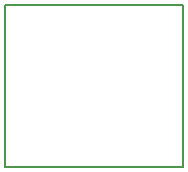
<source format=gbr>
G04 #@! TF.GenerationSoftware,KiCad,Pcbnew,(5.0.0)*
G04 #@! TF.CreationDate,2019-04-19T16:10:29+03:00*
G04 #@! TF.ProjectId,249__25__,3234391A1F323511222E6B696361645F,rev?*
G04 #@! TF.SameCoordinates,Original*
G04 #@! TF.FileFunction,Profile,NP*
%FSLAX46Y46*%
G04 Gerber Fmt 4.6, Leading zero omitted, Abs format (unit mm)*
G04 Created by KiCad (PCBNEW (5.0.0)) date 04/19/19 16:10:29*
%MOMM*%
%LPD*%
G01*
G04 APERTURE LIST*
%ADD10C,0.150000*%
G04 APERTURE END LIST*
D10*
X133500000Y-65500000D02*
X118500000Y-65500000D01*
X133500000Y-79250000D02*
X133500000Y-65500000D01*
X118500000Y-79250000D02*
X133500000Y-79250000D01*
X118500000Y-65500000D02*
X118500000Y-79250000D01*
M02*

</source>
